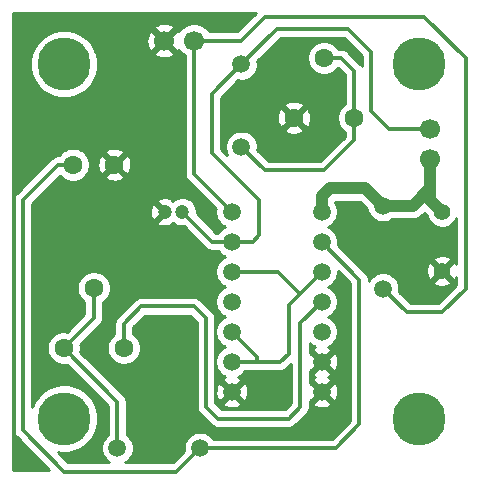
<source format=gbr>
%TF.GenerationSoftware,KiCad,Pcbnew,(5.1.12)-1*%
%TF.CreationDate,2023-06-26T22:46:53-03:00*%
%TF.ProjectId,P230523A10 - CONTROLE,50323330-3532-4334-9131-30202d20434f,rev?*%
%TF.SameCoordinates,Original*%
%TF.FileFunction,Copper,L2,Bot*%
%TF.FilePolarity,Positive*%
%FSLAX46Y46*%
G04 Gerber Fmt 4.6, Leading zero omitted, Abs format (unit mm)*
G04 Created by KiCad (PCBNEW (5.1.12)-1) date 2023-06-26 22:46:53*
%MOMM*%
%LPD*%
G01*
G04 APERTURE LIST*
%TA.AperFunction,ComponentPad*%
%ADD10C,1.200000*%
%TD*%
%TA.AperFunction,ComponentPad*%
%ADD11C,1.600000*%
%TD*%
%TA.AperFunction,ComponentPad*%
%ADD12C,1.400000*%
%TD*%
%TA.AperFunction,ComponentPad*%
%ADD13C,1.500000*%
%TD*%
%TA.AperFunction,ComponentPad*%
%ADD14C,1.700000*%
%TD*%
%TA.AperFunction,ViaPad*%
%ADD15C,4.500000*%
%TD*%
%TA.AperFunction,Conductor*%
%ADD16C,0.300000*%
%TD*%
%TA.AperFunction,Conductor*%
%ADD17C,1.000000*%
%TD*%
%TA.AperFunction,Conductor*%
%ADD18C,0.254000*%
%TD*%
%TA.AperFunction,Conductor*%
%ADD19C,0.100000*%
%TD*%
G04 APERTURE END LIST*
D10*
%TO.P,C1,1*%
%TO.N,Net-(C1-Pad1)*%
X140000000Y-137500000D03*
%TO.P,C1,2*%
%TO.N,GND*%
X138500000Y-137500000D03*
%TD*%
D11*
%TO.P,C2,1*%
%TO.N,Net-(C2-Pad1)*%
X130750000Y-133500000D03*
%TO.P,C2,2*%
%TO.N,GND*%
X134250000Y-133500000D03*
%TD*%
D12*
%TO.P,C5,1*%
%TO.N,+9.0V*%
X162000000Y-137500000D03*
%TO.P,C5,2*%
%TO.N,GND*%
X162000000Y-142500000D03*
%TD*%
D13*
%TO.P,CI1,1*%
%TO.N,Net-(CI1-Pad1)*%
X144190000Y-137500000D03*
%TO.P,CI1,2*%
%TO.N,Net-(C1-Pad1)*%
X144190000Y-140040000D03*
%TO.P,CI1,11*%
%TO.N,Net-(CI1-Pad11)*%
X151810000Y-145120000D03*
%TO.P,CI1,12*%
%TO.N,Net-(CI1-Pad12)*%
X151810000Y-142580000D03*
%TO.P,CI1,3*%
X144190000Y-142580000D03*
%TO.P,CI1,4*%
%TO.N,Net-(CI1-Pad4)*%
X144190000Y-145120000D03*
%TO.P,CI1,14*%
%TO.N,+9.0V*%
X151810000Y-137500000D03*
%TO.P,CI1,13*%
%TO.N,Net-(C2-Pad1)*%
X151810000Y-140040000D03*
%TO.P,CI1,5*%
%TO.N,Net-(CI1-Pad12)*%
X144190000Y-147660000D03*
%TO.P,CI1,6*%
X144190000Y-150200000D03*
%TO.P,CI1,7*%
%TO.N,GND*%
X144190000Y-152740000D03*
%TO.P,CI1,9*%
X151810000Y-150200000D03*
%TO.P,CI1,10*%
%TO.N,Net-(CI1-Pad10)*%
X151810000Y-147660000D03*
%TO.P,CI1,8*%
%TO.N,GND*%
X151810000Y-152740000D03*
%TD*%
D14*
%TO.P,JP1,1*%
%TO.N,Net-(CI1-Pad1)*%
X141000000Y-123000000D03*
%TO.P,JP1,2*%
%TO.N,GND*%
X138460000Y-123000000D03*
%TD*%
%TO.P,JP2,2*%
%TO.N,Net-(C1-Pad1)*%
X161000000Y-130460000D03*
%TO.P,JP2,1*%
%TO.N,+9.0V*%
X161000000Y-133000000D03*
%TD*%
D11*
%TO.P,P1,3*%
%TO.N,Net-(P1-Pad2)*%
X129960000Y-149040000D03*
%TO.P,P1,2*%
X132500000Y-143960000D03*
%TO.P,P1,1*%
%TO.N,Net-(CI1-Pad11)*%
X135040000Y-149040000D03*
%TD*%
%TO.P,P2,1*%
%TO.N,Net-(P2-Pad1)*%
X154540000Y-129540000D03*
%TO.P,P2,2*%
X152000000Y-124460000D03*
%TO.P,P2,3*%
%TO.N,GND*%
X149460000Y-129540000D03*
%TD*%
D13*
%TO.P,R3,1*%
%TO.N,+9.0V*%
X157000000Y-137000000D03*
%TO.P,R3,2*%
%TO.N,Net-(CI1-Pad1)*%
X157000000Y-144000000D03*
%TD*%
%TO.P,R4,2*%
%TO.N,Net-(P2-Pad1)*%
X145000000Y-132000000D03*
%TO.P,R4,1*%
%TO.N,Net-(C1-Pad1)*%
X145000000Y-125000000D03*
%TD*%
%TO.P,R5,1*%
%TO.N,Net-(P1-Pad2)*%
X134500000Y-157500000D03*
%TO.P,R5,2*%
%TO.N,Net-(C2-Pad1)*%
X141500000Y-157500000D03*
%TD*%
D15*
%TO.N,*%
X130000000Y-125000000D03*
X160000000Y-125000000D03*
X130000000Y-155000000D03*
X160000000Y-155000000D03*
%TD*%
D16*
%TO.N,Net-(C1-Pad1)*%
X154000000Y-122000000D02*
X148000000Y-122000000D01*
X156000000Y-124000000D02*
X154000000Y-122000000D01*
X157460000Y-130460000D02*
X156000000Y-129000000D01*
X148000000Y-122000000D02*
X145000000Y-125000000D01*
X161000000Y-130460000D02*
X157460000Y-130460000D01*
X156000000Y-129000000D02*
X156000000Y-128000000D01*
X156000000Y-128000000D02*
X156000000Y-124000000D01*
X144040000Y-140040000D02*
X144190000Y-140040000D01*
X161460000Y-130460000D02*
X161000000Y-130460000D01*
X142540000Y-140040000D02*
X140000000Y-137500000D01*
X144190000Y-140040000D02*
X142540000Y-140040000D01*
X142500000Y-127500000D02*
X145000000Y-125000000D01*
X142500000Y-132500000D02*
X142500000Y-127500000D01*
X146500000Y-136500000D02*
X142500000Y-132500000D01*
X146500000Y-139500000D02*
X146500000Y-136500000D01*
X145960000Y-140040000D02*
X146500000Y-139500000D01*
X144190000Y-140040000D02*
X145960000Y-140040000D01*
%TO.N,GND*%
X162000000Y-142500000D02*
X162000000Y-143000000D01*
X162500000Y-142500000D02*
X162000000Y-142500000D01*
%TO.N,Net-(C2-Pad1)*%
X151810000Y-140310000D02*
X151810000Y-140040000D01*
X130750000Y-133500000D02*
X130500000Y-133500000D01*
X130000000Y-159500000D02*
X139500000Y-159500000D01*
X126500000Y-156000000D02*
X130000000Y-159500000D01*
X139500000Y-159500000D02*
X141500000Y-157500000D01*
X126500000Y-136500000D02*
X126500000Y-156000000D01*
X129500000Y-133500000D02*
X126500000Y-136500000D01*
X130750000Y-133500000D02*
X129500000Y-133500000D01*
X151810000Y-140040000D02*
X155000000Y-143230000D01*
X155000000Y-155500000D02*
X153000000Y-157500000D01*
X155000000Y-143230000D02*
X155000000Y-155500000D01*
X153000000Y-157500000D02*
X141500000Y-157500000D01*
D17*
%TO.N,+9.0V*%
X161000000Y-133000000D02*
X161000000Y-133500000D01*
X161000000Y-136500000D02*
X162000000Y-137500000D01*
X159500000Y-137000000D02*
X161000000Y-135500000D01*
X157000000Y-137000000D02*
X159500000Y-137000000D01*
X161000000Y-135500000D02*
X161000000Y-136500000D01*
X161000000Y-133000000D02*
X161000000Y-135500000D01*
X151810000Y-137500000D02*
X151810000Y-136190000D01*
X151810000Y-136190000D02*
X152500000Y-135500000D01*
X152500000Y-135500000D02*
X155500000Y-135500000D01*
X155500000Y-135500000D02*
X156500000Y-136500000D01*
D16*
X157000000Y-137000000D02*
X156500000Y-136500000D01*
%TO.N,Net-(CI1-Pad1)*%
X157000000Y-144500000D02*
X157000000Y-144000000D01*
X141000000Y-134310000D02*
X144190000Y-137500000D01*
X141000000Y-123000000D02*
X141000000Y-134310000D01*
X144190000Y-137500000D02*
X144190000Y-137310000D01*
X141000000Y-123000000D02*
X145000000Y-123000000D01*
X145000000Y-123000000D02*
X147000000Y-121000000D01*
X147000000Y-121000000D02*
X160500000Y-121000000D01*
X160500000Y-121000000D02*
X164000000Y-124500000D01*
X164000000Y-124500000D02*
X164000000Y-144000000D01*
X164000000Y-144000000D02*
X162000000Y-146000000D01*
X159000000Y-146000000D02*
X157000000Y-144000000D01*
X162000000Y-146000000D02*
X159000000Y-146000000D01*
%TO.N,Net-(CI1-Pad11)*%
X135040000Y-149040000D02*
X135040000Y-149460000D01*
X151810000Y-145120000D02*
X150000000Y-146930000D01*
X150000000Y-146930000D02*
X150000000Y-154000000D01*
X150000000Y-154000000D02*
X149000000Y-155000000D01*
X149000000Y-155000000D02*
X143000000Y-155000000D01*
X143000000Y-155000000D02*
X142000000Y-154000000D01*
X142000000Y-154000000D02*
X142000000Y-146500000D01*
X142000000Y-146500000D02*
X141000000Y-145500000D01*
X141000000Y-145500000D02*
X136500000Y-145500000D01*
X135040000Y-146960000D02*
X135040000Y-149040000D01*
X136500000Y-145500000D02*
X135040000Y-146960000D01*
%TO.N,Net-(CI1-Pad12)*%
X148300000Y-150200000D02*
X149000000Y-149500000D01*
X149000000Y-149500000D02*
X149000000Y-145390000D01*
X148080000Y-142580000D02*
X149945000Y-144445000D01*
X144190000Y-142580000D02*
X148080000Y-142580000D01*
X149945000Y-144445000D02*
X151810000Y-142580000D01*
X149000000Y-145390000D02*
X149945000Y-144445000D01*
X146300000Y-149770000D02*
X146300000Y-150200000D01*
X144190000Y-147660000D02*
X146300000Y-149770000D01*
X146300000Y-150200000D02*
X148300000Y-150200000D01*
X144190000Y-150200000D02*
X146300000Y-150200000D01*
%TO.N,Net-(P1-Pad2)*%
X132500000Y-146500000D02*
X129960000Y-149040000D01*
X132500000Y-143960000D02*
X132500000Y-146500000D01*
X134500000Y-153580000D02*
X129960000Y-149040000D01*
X134500000Y-157500000D02*
X134500000Y-153580000D01*
%TO.N,Net-(P2-Pad1)*%
X154540000Y-131460000D02*
X154540000Y-129540000D01*
X152000000Y-134000000D02*
X154540000Y-131460000D01*
X154540000Y-129540000D02*
X154540000Y-125540000D01*
X154540000Y-125540000D02*
X153460000Y-124460000D01*
X153460000Y-124460000D02*
X152000000Y-124460000D01*
X145000000Y-132000000D02*
X147000000Y-134000000D01*
X147000000Y-134000000D02*
X152000000Y-134000000D01*
%TD*%
D18*
%TO.N,GND*%
X144674843Y-122215000D02*
X142261474Y-122215000D01*
X142153475Y-122053368D01*
X141946632Y-121846525D01*
X141703411Y-121684010D01*
X141433158Y-121572068D01*
X141146260Y-121515000D01*
X140853740Y-121515000D01*
X140566842Y-121572068D01*
X140296589Y-121684010D01*
X140053368Y-121846525D01*
X139846525Y-122053368D01*
X139730689Y-122226729D01*
X139488397Y-122151208D01*
X138639605Y-123000000D01*
X139488397Y-123848792D01*
X139730689Y-123773271D01*
X139846525Y-123946632D01*
X140053368Y-124153475D01*
X140215000Y-124261474D01*
X140215001Y-134271437D01*
X140211203Y-134310000D01*
X140226359Y-134463886D01*
X140271246Y-134611859D01*
X140271247Y-134611860D01*
X140344139Y-134748233D01*
X140377430Y-134788797D01*
X140417655Y-134837812D01*
X140417659Y-134837816D01*
X140442237Y-134867764D01*
X140472185Y-134892342D01*
X142827967Y-137248125D01*
X142805000Y-137363589D01*
X142805000Y-137636411D01*
X142858225Y-137903989D01*
X142962629Y-138156043D01*
X143114201Y-138382886D01*
X143307114Y-138575799D01*
X143533957Y-138727371D01*
X143636873Y-138770000D01*
X143533957Y-138812629D01*
X143307114Y-138964201D01*
X143114201Y-139157114D01*
X143048796Y-139255000D01*
X142865158Y-139255000D01*
X141234468Y-137624311D01*
X141235000Y-137621637D01*
X141235000Y-137378363D01*
X141187540Y-137139764D01*
X141094443Y-136915008D01*
X140959287Y-136712733D01*
X140787267Y-136540713D01*
X140584992Y-136405557D01*
X140360236Y-136312460D01*
X140121637Y-136265000D01*
X139878363Y-136265000D01*
X139639764Y-136312460D01*
X139415008Y-136405557D01*
X139212733Y-136540713D01*
X139158467Y-136594979D01*
X139122852Y-136426652D01*
X138901484Y-136325763D01*
X138664687Y-136270000D01*
X138421562Y-136261505D01*
X138181451Y-136300605D01*
X137953582Y-136385798D01*
X137877148Y-136426652D01*
X137829841Y-136650236D01*
X138500000Y-137320395D01*
X138514143Y-137306253D01*
X138693748Y-137485858D01*
X138679605Y-137500000D01*
X138693748Y-137514143D01*
X138514143Y-137693748D01*
X138500000Y-137679605D01*
X137829841Y-138349764D01*
X137877148Y-138573348D01*
X138098516Y-138674237D01*
X138335313Y-138730000D01*
X138578438Y-138738495D01*
X138818549Y-138699395D01*
X139046418Y-138614202D01*
X139122852Y-138573348D01*
X139158467Y-138405021D01*
X139212733Y-138459287D01*
X139415008Y-138594443D01*
X139639764Y-138687540D01*
X139878363Y-138735000D01*
X140121637Y-138735000D01*
X140124311Y-138734468D01*
X141957658Y-140567816D01*
X141982236Y-140597764D01*
X142012184Y-140622342D01*
X142012187Y-140622345D01*
X142041559Y-140646450D01*
X142101767Y-140695862D01*
X142238140Y-140768754D01*
X142351672Y-140803194D01*
X142386112Y-140813641D01*
X142400490Y-140815057D01*
X142501439Y-140825000D01*
X142501446Y-140825000D01*
X142539999Y-140828797D01*
X142578552Y-140825000D01*
X143048796Y-140825000D01*
X143114201Y-140922886D01*
X143307114Y-141115799D01*
X143533957Y-141267371D01*
X143636873Y-141310000D01*
X143533957Y-141352629D01*
X143307114Y-141504201D01*
X143114201Y-141697114D01*
X142962629Y-141923957D01*
X142858225Y-142176011D01*
X142805000Y-142443589D01*
X142805000Y-142716411D01*
X142858225Y-142983989D01*
X142962629Y-143236043D01*
X143114201Y-143462886D01*
X143307114Y-143655799D01*
X143533957Y-143807371D01*
X143636873Y-143850000D01*
X143533957Y-143892629D01*
X143307114Y-144044201D01*
X143114201Y-144237114D01*
X142962629Y-144463957D01*
X142858225Y-144716011D01*
X142805000Y-144983589D01*
X142805000Y-145256411D01*
X142858225Y-145523989D01*
X142962629Y-145776043D01*
X143114201Y-146002886D01*
X143307114Y-146195799D01*
X143533957Y-146347371D01*
X143636873Y-146390000D01*
X143533957Y-146432629D01*
X143307114Y-146584201D01*
X143114201Y-146777114D01*
X142962629Y-147003957D01*
X142858225Y-147256011D01*
X142805000Y-147523589D01*
X142805000Y-147796411D01*
X142858225Y-148063989D01*
X142962629Y-148316043D01*
X143114201Y-148542886D01*
X143307114Y-148735799D01*
X143533957Y-148887371D01*
X143636873Y-148930000D01*
X143533957Y-148972629D01*
X143307114Y-149124201D01*
X143114201Y-149317114D01*
X142962629Y-149543957D01*
X142858225Y-149796011D01*
X142805000Y-150063589D01*
X142805000Y-150336411D01*
X142858225Y-150603989D01*
X142962629Y-150856043D01*
X143114201Y-151082886D01*
X143307114Y-151275799D01*
X143533957Y-151427371D01*
X143633279Y-151468511D01*
X143591168Y-151483723D01*
X143478137Y-151544140D01*
X143412612Y-151783007D01*
X144190000Y-152560395D01*
X144967388Y-151783007D01*
X144901863Y-151544140D01*
X144743523Y-151469836D01*
X144846043Y-151427371D01*
X145072886Y-151275799D01*
X145265799Y-151082886D01*
X145331204Y-150985000D01*
X146261440Y-150985000D01*
X146300000Y-150988798D01*
X146338561Y-150985000D01*
X148261447Y-150985000D01*
X148300000Y-150988797D01*
X148338553Y-150985000D01*
X148338561Y-150985000D01*
X148453887Y-150973641D01*
X148601860Y-150928754D01*
X148738233Y-150855862D01*
X148857764Y-150757764D01*
X148882347Y-150727811D01*
X149215000Y-150395157D01*
X149215001Y-153674842D01*
X148674843Y-154215000D01*
X143325157Y-154215000D01*
X142807150Y-153696993D01*
X143412612Y-153696993D01*
X143478137Y-153935860D01*
X143725116Y-154051760D01*
X143989960Y-154117250D01*
X144262492Y-154129812D01*
X144532238Y-154088965D01*
X144788832Y-153996277D01*
X144901863Y-153935860D01*
X144967388Y-153696993D01*
X144190000Y-152919605D01*
X143412612Y-153696993D01*
X142807150Y-153696993D01*
X142785000Y-153674843D01*
X142785000Y-152812492D01*
X142800188Y-152812492D01*
X142841035Y-153082238D01*
X142933723Y-153338832D01*
X142994140Y-153451863D01*
X143233007Y-153517388D01*
X144010395Y-152740000D01*
X144369605Y-152740000D01*
X145146993Y-153517388D01*
X145385860Y-153451863D01*
X145501760Y-153204884D01*
X145567250Y-152940040D01*
X145579812Y-152667508D01*
X145538965Y-152397762D01*
X145446277Y-152141168D01*
X145385860Y-152028137D01*
X145146993Y-151962612D01*
X144369605Y-152740000D01*
X144010395Y-152740000D01*
X143233007Y-151962612D01*
X142994140Y-152028137D01*
X142878240Y-152275116D01*
X142812750Y-152539960D01*
X142800188Y-152812492D01*
X142785000Y-152812492D01*
X142785000Y-146538556D01*
X142788797Y-146500000D01*
X142785000Y-146461444D01*
X142785000Y-146461439D01*
X142779164Y-146402188D01*
X142773642Y-146346113D01*
X142728754Y-146198140D01*
X142718415Y-146178797D01*
X142655862Y-146061767D01*
X142557764Y-145942236D01*
X142527810Y-145917653D01*
X141582347Y-144972190D01*
X141557764Y-144942236D01*
X141438233Y-144844138D01*
X141301860Y-144771246D01*
X141153887Y-144726359D01*
X141038561Y-144715000D01*
X141038553Y-144715000D01*
X141000000Y-144711203D01*
X140961447Y-144715000D01*
X136538556Y-144715000D01*
X136500000Y-144711203D01*
X136461444Y-144715000D01*
X136461439Y-144715000D01*
X136421026Y-144718980D01*
X136346113Y-144726358D01*
X136198140Y-144771246D01*
X136061767Y-144844138D01*
X135942236Y-144942236D01*
X135917653Y-144972190D01*
X134512190Y-146377653D01*
X134482236Y-146402236D01*
X134384138Y-146521768D01*
X134311246Y-146658141D01*
X134266359Y-146806114D01*
X134255000Y-146921440D01*
X134255000Y-146921447D01*
X134251203Y-146960000D01*
X134255000Y-146998553D01*
X134255000Y-147838661D01*
X134125241Y-147925363D01*
X133925363Y-148125241D01*
X133768320Y-148360273D01*
X133660147Y-148621426D01*
X133605000Y-148898665D01*
X133605000Y-149181335D01*
X133660147Y-149458574D01*
X133768320Y-149719727D01*
X133925363Y-149954759D01*
X134125241Y-150154637D01*
X134360273Y-150311680D01*
X134621426Y-150419853D01*
X134898665Y-150475000D01*
X135181335Y-150475000D01*
X135458574Y-150419853D01*
X135719727Y-150311680D01*
X135954759Y-150154637D01*
X136154637Y-149954759D01*
X136311680Y-149719727D01*
X136419853Y-149458574D01*
X136475000Y-149181335D01*
X136475000Y-148898665D01*
X136419853Y-148621426D01*
X136311680Y-148360273D01*
X136154637Y-148125241D01*
X135954759Y-147925363D01*
X135825000Y-147838661D01*
X135825000Y-147285157D01*
X136825157Y-146285000D01*
X140674843Y-146285000D01*
X141215001Y-146825158D01*
X141215000Y-153961447D01*
X141211203Y-154000000D01*
X141215000Y-154038553D01*
X141215000Y-154038560D01*
X141226359Y-154153886D01*
X141271246Y-154301859D01*
X141344138Y-154438232D01*
X141442236Y-154557764D01*
X141472190Y-154582347D01*
X142417653Y-155527810D01*
X142442236Y-155557764D01*
X142561767Y-155655862D01*
X142698140Y-155728754D01*
X142846113Y-155773642D01*
X142921026Y-155781020D01*
X142961439Y-155785000D01*
X142961444Y-155785000D01*
X143000000Y-155788797D01*
X143038556Y-155785000D01*
X148961447Y-155785000D01*
X149000000Y-155788797D01*
X149038553Y-155785000D01*
X149038561Y-155785000D01*
X149153887Y-155773641D01*
X149301860Y-155728754D01*
X149438233Y-155655862D01*
X149557764Y-155557764D01*
X149582347Y-155527810D01*
X150527810Y-154582347D01*
X150557764Y-154557764D01*
X150655862Y-154438233D01*
X150728754Y-154301860D01*
X150755103Y-154215000D01*
X150773642Y-154153887D01*
X150783700Y-154051760D01*
X150785000Y-154038561D01*
X150785000Y-154038556D01*
X150788797Y-154000000D01*
X150785000Y-153961444D01*
X150785000Y-153696993D01*
X151032612Y-153696993D01*
X151098137Y-153935860D01*
X151345116Y-154051760D01*
X151609960Y-154117250D01*
X151882492Y-154129812D01*
X152152238Y-154088965D01*
X152408832Y-153996277D01*
X152521863Y-153935860D01*
X152587388Y-153696993D01*
X151810000Y-152919605D01*
X151032612Y-153696993D01*
X150785000Y-153696993D01*
X150785000Y-153498733D01*
X150853007Y-153517388D01*
X151630395Y-152740000D01*
X151989605Y-152740000D01*
X152766993Y-153517388D01*
X153005860Y-153451863D01*
X153121760Y-153204884D01*
X153187250Y-152940040D01*
X153199812Y-152667508D01*
X153158965Y-152397762D01*
X153066277Y-152141168D01*
X153005860Y-152028137D01*
X152766993Y-151962612D01*
X151989605Y-152740000D01*
X151630395Y-152740000D01*
X150853007Y-151962612D01*
X150785000Y-151981267D01*
X150785000Y-151156993D01*
X151032612Y-151156993D01*
X151098137Y-151395860D01*
X151253096Y-151468578D01*
X151211168Y-151483723D01*
X151098137Y-151544140D01*
X151032612Y-151783007D01*
X151810000Y-152560395D01*
X152587388Y-151783007D01*
X152521863Y-151544140D01*
X152366904Y-151471422D01*
X152408832Y-151456277D01*
X152521863Y-151395860D01*
X152587388Y-151156993D01*
X151810000Y-150379605D01*
X151032612Y-151156993D01*
X150785000Y-151156993D01*
X150785000Y-150958733D01*
X150853007Y-150977388D01*
X151630395Y-150200000D01*
X151989605Y-150200000D01*
X152766993Y-150977388D01*
X153005860Y-150911863D01*
X153121760Y-150664884D01*
X153187250Y-150400040D01*
X153199812Y-150127508D01*
X153158965Y-149857762D01*
X153066277Y-149601168D01*
X153005860Y-149488137D01*
X152766993Y-149422612D01*
X151989605Y-150200000D01*
X151630395Y-150200000D01*
X150853007Y-149422612D01*
X150785000Y-149441267D01*
X150785000Y-148593685D01*
X150927114Y-148735799D01*
X151153957Y-148887371D01*
X151253279Y-148928511D01*
X151211168Y-148943723D01*
X151098137Y-149004140D01*
X151032612Y-149243007D01*
X151810000Y-150020395D01*
X152587388Y-149243007D01*
X152521863Y-149004140D01*
X152363523Y-148929836D01*
X152466043Y-148887371D01*
X152692886Y-148735799D01*
X152885799Y-148542886D01*
X153037371Y-148316043D01*
X153141775Y-148063989D01*
X153195000Y-147796411D01*
X153195000Y-147523589D01*
X153141775Y-147256011D01*
X153037371Y-147003957D01*
X152885799Y-146777114D01*
X152692886Y-146584201D01*
X152466043Y-146432629D01*
X152363127Y-146390000D01*
X152466043Y-146347371D01*
X152692886Y-146195799D01*
X152885799Y-146002886D01*
X153037371Y-145776043D01*
X153141775Y-145523989D01*
X153195000Y-145256411D01*
X153195000Y-144983589D01*
X153141775Y-144716011D01*
X153037371Y-144463957D01*
X152885799Y-144237114D01*
X152692886Y-144044201D01*
X152466043Y-143892629D01*
X152363127Y-143850000D01*
X152466043Y-143807371D01*
X152692886Y-143655799D01*
X152885799Y-143462886D01*
X153037371Y-143236043D01*
X153141775Y-142983989D01*
X153195000Y-142716411D01*
X153195000Y-142535158D01*
X154215000Y-143555158D01*
X154215001Y-155174841D01*
X152674843Y-156715000D01*
X142641204Y-156715000D01*
X142575799Y-156617114D01*
X142382886Y-156424201D01*
X142156043Y-156272629D01*
X141903989Y-156168225D01*
X141636411Y-156115000D01*
X141363589Y-156115000D01*
X141096011Y-156168225D01*
X140843957Y-156272629D01*
X140617114Y-156424201D01*
X140424201Y-156617114D01*
X140272629Y-156843957D01*
X140168225Y-157096011D01*
X140115000Y-157363589D01*
X140115000Y-157636411D01*
X140137967Y-157751875D01*
X139174843Y-158715000D01*
X135174557Y-158715000D01*
X135382886Y-158575799D01*
X135575799Y-158382886D01*
X135727371Y-158156043D01*
X135831775Y-157903989D01*
X135885000Y-157636411D01*
X135885000Y-157363589D01*
X135831775Y-157096011D01*
X135727371Y-156843957D01*
X135575799Y-156617114D01*
X135382886Y-156424201D01*
X135285000Y-156358796D01*
X135285000Y-153618556D01*
X135288797Y-153580000D01*
X135285000Y-153541444D01*
X135285000Y-153541439D01*
X135281020Y-153501026D01*
X135273642Y-153426113D01*
X135228754Y-153278140D01*
X135225069Y-153271246D01*
X135155862Y-153141767D01*
X135057764Y-153022236D01*
X135027810Y-152997653D01*
X131364554Y-149334397D01*
X131395000Y-149181335D01*
X131395000Y-148898665D01*
X131364554Y-148745604D01*
X133027816Y-147082342D01*
X133057764Y-147057764D01*
X133155862Y-146938233D01*
X133228754Y-146801860D01*
X133273641Y-146653887D01*
X133285000Y-146538561D01*
X133285000Y-146538554D01*
X133288797Y-146500001D01*
X133285000Y-146461448D01*
X133285000Y-145161339D01*
X133414759Y-145074637D01*
X133614637Y-144874759D01*
X133771680Y-144639727D01*
X133879853Y-144378574D01*
X133935000Y-144101335D01*
X133935000Y-143818665D01*
X133879853Y-143541426D01*
X133771680Y-143280273D01*
X133614637Y-143045241D01*
X133414759Y-142845363D01*
X133179727Y-142688320D01*
X132918574Y-142580147D01*
X132641335Y-142525000D01*
X132358665Y-142525000D01*
X132081426Y-142580147D01*
X131820273Y-142688320D01*
X131585241Y-142845363D01*
X131385363Y-143045241D01*
X131228320Y-143280273D01*
X131120147Y-143541426D01*
X131065000Y-143818665D01*
X131065000Y-144101335D01*
X131120147Y-144378574D01*
X131228320Y-144639727D01*
X131385363Y-144874759D01*
X131585241Y-145074637D01*
X131715000Y-145161339D01*
X131715001Y-146174841D01*
X130254396Y-147635446D01*
X130101335Y-147605000D01*
X129818665Y-147605000D01*
X129541426Y-147660147D01*
X129280273Y-147768320D01*
X129045241Y-147925363D01*
X128845363Y-148125241D01*
X128688320Y-148360273D01*
X128580147Y-148621426D01*
X128525000Y-148898665D01*
X128525000Y-149181335D01*
X128580147Y-149458574D01*
X128688320Y-149719727D01*
X128845363Y-149954759D01*
X129045241Y-150154637D01*
X129280273Y-150311680D01*
X129541426Y-150419853D01*
X129818665Y-150475000D01*
X130101335Y-150475000D01*
X130254397Y-150444554D01*
X133715001Y-153905158D01*
X133715000Y-156358795D01*
X133617114Y-156424201D01*
X133424201Y-156617114D01*
X133272629Y-156843957D01*
X133168225Y-157096011D01*
X133115000Y-157363589D01*
X133115000Y-157636411D01*
X133168225Y-157903989D01*
X133272629Y-158156043D01*
X133424201Y-158382886D01*
X133617114Y-158575799D01*
X133825443Y-158715000D01*
X130325158Y-158715000D01*
X129440359Y-157830201D01*
X129715852Y-157885000D01*
X130284148Y-157885000D01*
X130841523Y-157774131D01*
X131366560Y-157556654D01*
X131839080Y-157240926D01*
X132240926Y-156839080D01*
X132556654Y-156366560D01*
X132774131Y-155841523D01*
X132885000Y-155284148D01*
X132885000Y-154715852D01*
X132774131Y-154158477D01*
X132556654Y-153633440D01*
X132240926Y-153160920D01*
X131839080Y-152759074D01*
X131366560Y-152443346D01*
X130841523Y-152225869D01*
X130284148Y-152115000D01*
X129715852Y-152115000D01*
X129158477Y-152225869D01*
X128633440Y-152443346D01*
X128160920Y-152759074D01*
X127759074Y-153160920D01*
X127443346Y-153633440D01*
X127285000Y-154015722D01*
X127285000Y-137578438D01*
X137261505Y-137578438D01*
X137300605Y-137818549D01*
X137385798Y-138046418D01*
X137426652Y-138122852D01*
X137650236Y-138170159D01*
X138320395Y-137500000D01*
X137650236Y-136829841D01*
X137426652Y-136877148D01*
X137325763Y-137098516D01*
X137270000Y-137335313D01*
X137261505Y-137578438D01*
X127285000Y-137578438D01*
X127285000Y-136825157D01*
X129665381Y-134444777D01*
X129835241Y-134614637D01*
X130070273Y-134771680D01*
X130331426Y-134879853D01*
X130608665Y-134935000D01*
X130891335Y-134935000D01*
X131168574Y-134879853D01*
X131429727Y-134771680D01*
X131664759Y-134614637D01*
X131786694Y-134492702D01*
X133436903Y-134492702D01*
X133508486Y-134736671D01*
X133763996Y-134857571D01*
X134038184Y-134926300D01*
X134320512Y-134940217D01*
X134600130Y-134898787D01*
X134866292Y-134803603D01*
X134991514Y-134736671D01*
X135063097Y-134492702D01*
X134250000Y-133679605D01*
X133436903Y-134492702D01*
X131786694Y-134492702D01*
X131864637Y-134414759D01*
X132021680Y-134179727D01*
X132129853Y-133918574D01*
X132185000Y-133641335D01*
X132185000Y-133570512D01*
X132809783Y-133570512D01*
X132851213Y-133850130D01*
X132946397Y-134116292D01*
X133013329Y-134241514D01*
X133257298Y-134313097D01*
X134070395Y-133500000D01*
X134429605Y-133500000D01*
X135242702Y-134313097D01*
X135486671Y-134241514D01*
X135607571Y-133986004D01*
X135676300Y-133711816D01*
X135690217Y-133429488D01*
X135648787Y-133149870D01*
X135553603Y-132883708D01*
X135486671Y-132758486D01*
X135242702Y-132686903D01*
X134429605Y-133500000D01*
X134070395Y-133500000D01*
X133257298Y-132686903D01*
X133013329Y-132758486D01*
X132892429Y-133013996D01*
X132823700Y-133288184D01*
X132809783Y-133570512D01*
X132185000Y-133570512D01*
X132185000Y-133358665D01*
X132129853Y-133081426D01*
X132021680Y-132820273D01*
X131864637Y-132585241D01*
X131786694Y-132507298D01*
X133436903Y-132507298D01*
X134250000Y-133320395D01*
X135063097Y-132507298D01*
X134991514Y-132263329D01*
X134736004Y-132142429D01*
X134461816Y-132073700D01*
X134179488Y-132059783D01*
X133899870Y-132101213D01*
X133633708Y-132196397D01*
X133508486Y-132263329D01*
X133436903Y-132507298D01*
X131786694Y-132507298D01*
X131664759Y-132385363D01*
X131429727Y-132228320D01*
X131168574Y-132120147D01*
X130891335Y-132065000D01*
X130608665Y-132065000D01*
X130331426Y-132120147D01*
X130070273Y-132228320D01*
X129835241Y-132385363D01*
X129635363Y-132585241D01*
X129548661Y-132715000D01*
X129538556Y-132715000D01*
X129500000Y-132711203D01*
X129461444Y-132715000D01*
X129461439Y-132715000D01*
X129421026Y-132718980D01*
X129346113Y-132726358D01*
X129198140Y-132771246D01*
X129061767Y-132844138D01*
X128942236Y-132942236D01*
X128917653Y-132972190D01*
X125972190Y-135917653D01*
X125942236Y-135942236D01*
X125844138Y-136061768D01*
X125771246Y-136198141D01*
X125726359Y-136346114D01*
X125715000Y-136461440D01*
X125715000Y-136461447D01*
X125711203Y-136500000D01*
X125715000Y-136538553D01*
X125715001Y-155961437D01*
X125711203Y-156000000D01*
X125726359Y-156153886D01*
X125771246Y-156301859D01*
X125771247Y-156301860D01*
X125844139Y-156438233D01*
X125884690Y-156487644D01*
X125917655Y-156527812D01*
X125917659Y-156527816D01*
X125942237Y-156557764D01*
X125972185Y-156582342D01*
X128729842Y-159340000D01*
X125660000Y-159340000D01*
X125660000Y-124715852D01*
X127115000Y-124715852D01*
X127115000Y-125284148D01*
X127225869Y-125841523D01*
X127443346Y-126366560D01*
X127759074Y-126839080D01*
X128160920Y-127240926D01*
X128633440Y-127556654D01*
X129158477Y-127774131D01*
X129715852Y-127885000D01*
X130284148Y-127885000D01*
X130841523Y-127774131D01*
X131366560Y-127556654D01*
X131839080Y-127240926D01*
X132240926Y-126839080D01*
X132556654Y-126366560D01*
X132774131Y-125841523D01*
X132885000Y-125284148D01*
X132885000Y-124715852D01*
X132774131Y-124158477D01*
X132720251Y-124028397D01*
X137611208Y-124028397D01*
X137688843Y-124277472D01*
X137952883Y-124403371D01*
X138236411Y-124475339D01*
X138528531Y-124490611D01*
X138818019Y-124448599D01*
X139093747Y-124350919D01*
X139231157Y-124277472D01*
X139308792Y-124028397D01*
X138460000Y-123179605D01*
X137611208Y-124028397D01*
X132720251Y-124028397D01*
X132556654Y-123633440D01*
X132240926Y-123160920D01*
X132148537Y-123068531D01*
X136969389Y-123068531D01*
X137011401Y-123358019D01*
X137109081Y-123633747D01*
X137182528Y-123771157D01*
X137431603Y-123848792D01*
X138280395Y-123000000D01*
X137431603Y-122151208D01*
X137182528Y-122228843D01*
X137056629Y-122492883D01*
X136984661Y-122776411D01*
X136969389Y-123068531D01*
X132148537Y-123068531D01*
X131839080Y-122759074D01*
X131366560Y-122443346D01*
X130841523Y-122225869D01*
X130284148Y-122115000D01*
X129715852Y-122115000D01*
X129158477Y-122225869D01*
X128633440Y-122443346D01*
X128160920Y-122759074D01*
X127759074Y-123160920D01*
X127443346Y-123633440D01*
X127225869Y-124158477D01*
X127115000Y-124715852D01*
X125660000Y-124715852D01*
X125660000Y-121971603D01*
X137611208Y-121971603D01*
X138460000Y-122820395D01*
X139308792Y-121971603D01*
X139231157Y-121722528D01*
X138967117Y-121596629D01*
X138683589Y-121524661D01*
X138391469Y-121509389D01*
X138101981Y-121551401D01*
X137826253Y-121649081D01*
X137688843Y-121722528D01*
X137611208Y-121971603D01*
X125660000Y-121971603D01*
X125660000Y-120660000D01*
X146229842Y-120660000D01*
X144674843Y-122215000D01*
%TA.AperFunction,Conductor*%
D19*
G36*
X144674843Y-122215000D02*
G01*
X142261474Y-122215000D01*
X142153475Y-122053368D01*
X141946632Y-121846525D01*
X141703411Y-121684010D01*
X141433158Y-121572068D01*
X141146260Y-121515000D01*
X140853740Y-121515000D01*
X140566842Y-121572068D01*
X140296589Y-121684010D01*
X140053368Y-121846525D01*
X139846525Y-122053368D01*
X139730689Y-122226729D01*
X139488397Y-122151208D01*
X138639605Y-123000000D01*
X139488397Y-123848792D01*
X139730689Y-123773271D01*
X139846525Y-123946632D01*
X140053368Y-124153475D01*
X140215000Y-124261474D01*
X140215001Y-134271437D01*
X140211203Y-134310000D01*
X140226359Y-134463886D01*
X140271246Y-134611859D01*
X140271247Y-134611860D01*
X140344139Y-134748233D01*
X140377430Y-134788797D01*
X140417655Y-134837812D01*
X140417659Y-134837816D01*
X140442237Y-134867764D01*
X140472185Y-134892342D01*
X142827967Y-137248125D01*
X142805000Y-137363589D01*
X142805000Y-137636411D01*
X142858225Y-137903989D01*
X142962629Y-138156043D01*
X143114201Y-138382886D01*
X143307114Y-138575799D01*
X143533957Y-138727371D01*
X143636873Y-138770000D01*
X143533957Y-138812629D01*
X143307114Y-138964201D01*
X143114201Y-139157114D01*
X143048796Y-139255000D01*
X142865158Y-139255000D01*
X141234468Y-137624311D01*
X141235000Y-137621637D01*
X141235000Y-137378363D01*
X141187540Y-137139764D01*
X141094443Y-136915008D01*
X140959287Y-136712733D01*
X140787267Y-136540713D01*
X140584992Y-136405557D01*
X140360236Y-136312460D01*
X140121637Y-136265000D01*
X139878363Y-136265000D01*
X139639764Y-136312460D01*
X139415008Y-136405557D01*
X139212733Y-136540713D01*
X139158467Y-136594979D01*
X139122852Y-136426652D01*
X138901484Y-136325763D01*
X138664687Y-136270000D01*
X138421562Y-136261505D01*
X138181451Y-136300605D01*
X137953582Y-136385798D01*
X137877148Y-136426652D01*
X137829841Y-136650236D01*
X138500000Y-137320395D01*
X138514143Y-137306253D01*
X138693748Y-137485858D01*
X138679605Y-137500000D01*
X138693748Y-137514143D01*
X138514143Y-137693748D01*
X138500000Y-137679605D01*
X137829841Y-138349764D01*
X137877148Y-138573348D01*
X138098516Y-138674237D01*
X138335313Y-138730000D01*
X138578438Y-138738495D01*
X138818549Y-138699395D01*
X139046418Y-138614202D01*
X139122852Y-138573348D01*
X139158467Y-138405021D01*
X139212733Y-138459287D01*
X139415008Y-138594443D01*
X139639764Y-138687540D01*
X139878363Y-138735000D01*
X140121637Y-138735000D01*
X140124311Y-138734468D01*
X141957658Y-140567816D01*
X141982236Y-140597764D01*
X142012184Y-140622342D01*
X142012187Y-140622345D01*
X142041559Y-140646450D01*
X142101767Y-140695862D01*
X142238140Y-140768754D01*
X142351672Y-140803194D01*
X142386112Y-140813641D01*
X142400490Y-140815057D01*
X142501439Y-140825000D01*
X142501446Y-140825000D01*
X142539999Y-140828797D01*
X142578552Y-140825000D01*
X143048796Y-140825000D01*
X143114201Y-140922886D01*
X143307114Y-141115799D01*
X143533957Y-141267371D01*
X143636873Y-141310000D01*
X143533957Y-141352629D01*
X143307114Y-141504201D01*
X143114201Y-141697114D01*
X142962629Y-141923957D01*
X142858225Y-142176011D01*
X142805000Y-142443589D01*
X142805000Y-142716411D01*
X142858225Y-142983989D01*
X142962629Y-143236043D01*
X143114201Y-143462886D01*
X143307114Y-143655799D01*
X143533957Y-143807371D01*
X143636873Y-143850000D01*
X143533957Y-143892629D01*
X143307114Y-144044201D01*
X143114201Y-144237114D01*
X142962629Y-144463957D01*
X142858225Y-144716011D01*
X142805000Y-144983589D01*
X142805000Y-145256411D01*
X142858225Y-145523989D01*
X142962629Y-145776043D01*
X143114201Y-146002886D01*
X143307114Y-146195799D01*
X143533957Y-146347371D01*
X143636873Y-146390000D01*
X143533957Y-146432629D01*
X143307114Y-146584201D01*
X143114201Y-146777114D01*
X142962629Y-147003957D01*
X142858225Y-147256011D01*
X142805000Y-147523589D01*
X142805000Y-147796411D01*
X142858225Y-148063989D01*
X142962629Y-148316043D01*
X143114201Y-148542886D01*
X143307114Y-148735799D01*
X143533957Y-148887371D01*
X143636873Y-148930000D01*
X143533957Y-148972629D01*
X143307114Y-149124201D01*
X143114201Y-149317114D01*
X142962629Y-149543957D01*
X142858225Y-149796011D01*
X142805000Y-150063589D01*
X142805000Y-150336411D01*
X142858225Y-150603989D01*
X142962629Y-150856043D01*
X143114201Y-151082886D01*
X143307114Y-151275799D01*
X143533957Y-151427371D01*
X143633279Y-151468511D01*
X143591168Y-151483723D01*
X143478137Y-151544140D01*
X143412612Y-151783007D01*
X144190000Y-152560395D01*
X144967388Y-151783007D01*
X144901863Y-151544140D01*
X144743523Y-151469836D01*
X144846043Y-151427371D01*
X145072886Y-151275799D01*
X145265799Y-151082886D01*
X145331204Y-150985000D01*
X146261440Y-150985000D01*
X146300000Y-150988798D01*
X146338561Y-150985000D01*
X148261447Y-150985000D01*
X148300000Y-150988797D01*
X148338553Y-150985000D01*
X148338561Y-150985000D01*
X148453887Y-150973641D01*
X148601860Y-150928754D01*
X148738233Y-150855862D01*
X148857764Y-150757764D01*
X148882347Y-150727811D01*
X149215000Y-150395157D01*
X149215001Y-153674842D01*
X148674843Y-154215000D01*
X143325157Y-154215000D01*
X142807150Y-153696993D01*
X143412612Y-153696993D01*
X143478137Y-153935860D01*
X143725116Y-154051760D01*
X143989960Y-154117250D01*
X144262492Y-154129812D01*
X144532238Y-154088965D01*
X144788832Y-153996277D01*
X144901863Y-153935860D01*
X144967388Y-153696993D01*
X144190000Y-152919605D01*
X143412612Y-153696993D01*
X142807150Y-153696993D01*
X142785000Y-153674843D01*
X142785000Y-152812492D01*
X142800188Y-152812492D01*
X142841035Y-153082238D01*
X142933723Y-153338832D01*
X142994140Y-153451863D01*
X143233007Y-153517388D01*
X144010395Y-152740000D01*
X144369605Y-152740000D01*
X145146993Y-153517388D01*
X145385860Y-153451863D01*
X145501760Y-153204884D01*
X145567250Y-152940040D01*
X145579812Y-152667508D01*
X145538965Y-152397762D01*
X145446277Y-152141168D01*
X145385860Y-152028137D01*
X145146993Y-151962612D01*
X144369605Y-152740000D01*
X144010395Y-152740000D01*
X143233007Y-151962612D01*
X142994140Y-152028137D01*
X142878240Y-152275116D01*
X142812750Y-152539960D01*
X142800188Y-152812492D01*
X142785000Y-152812492D01*
X142785000Y-146538556D01*
X142788797Y-146500000D01*
X142785000Y-146461444D01*
X142785000Y-146461439D01*
X142779164Y-146402188D01*
X142773642Y-146346113D01*
X142728754Y-146198140D01*
X142718415Y-146178797D01*
X142655862Y-146061767D01*
X142557764Y-145942236D01*
X142527810Y-145917653D01*
X141582347Y-144972190D01*
X141557764Y-144942236D01*
X141438233Y-144844138D01*
X141301860Y-144771246D01*
X141153887Y-144726359D01*
X141038561Y-144715000D01*
X141038553Y-144715000D01*
X141000000Y-144711203D01*
X140961447Y-144715000D01*
X136538556Y-144715000D01*
X136500000Y-144711203D01*
X136461444Y-144715000D01*
X136461439Y-144715000D01*
X136421026Y-144718980D01*
X136346113Y-144726358D01*
X136198140Y-144771246D01*
X136061767Y-144844138D01*
X135942236Y-144942236D01*
X135917653Y-144972190D01*
X134512190Y-146377653D01*
X134482236Y-146402236D01*
X134384138Y-146521768D01*
X134311246Y-146658141D01*
X134266359Y-146806114D01*
X134255000Y-146921440D01*
X134255000Y-146921447D01*
X134251203Y-146960000D01*
X134255000Y-146998553D01*
X134255000Y-147838661D01*
X134125241Y-147925363D01*
X133925363Y-148125241D01*
X133768320Y-148360273D01*
X133660147Y-148621426D01*
X133605000Y-148898665D01*
X133605000Y-149181335D01*
X133660147Y-149458574D01*
X133768320Y-149719727D01*
X133925363Y-149954759D01*
X134125241Y-150154637D01*
X134360273Y-150311680D01*
X134621426Y-150419853D01*
X134898665Y-150475000D01*
X135181335Y-150475000D01*
X135458574Y-150419853D01*
X135719727Y-150311680D01*
X135954759Y-150154637D01*
X136154637Y-149954759D01*
X136311680Y-149719727D01*
X136419853Y-149458574D01*
X136475000Y-149181335D01*
X136475000Y-148898665D01*
X136419853Y-148621426D01*
X136311680Y-148360273D01*
X136154637Y-148125241D01*
X135954759Y-147925363D01*
X135825000Y-147838661D01*
X135825000Y-147285157D01*
X136825157Y-146285000D01*
X140674843Y-146285000D01*
X141215001Y-146825158D01*
X141215000Y-153961447D01*
X141211203Y-154000000D01*
X141215000Y-154038553D01*
X141215000Y-154038560D01*
X141226359Y-154153886D01*
X141271246Y-154301859D01*
X141344138Y-154438232D01*
X141442236Y-154557764D01*
X141472190Y-154582347D01*
X142417653Y-155527810D01*
X142442236Y-155557764D01*
X142561767Y-155655862D01*
X142698140Y-155728754D01*
X142846113Y-155773642D01*
X142921026Y-155781020D01*
X142961439Y-155785000D01*
X142961444Y-155785000D01*
X143000000Y-155788797D01*
X143038556Y-155785000D01*
X148961447Y-155785000D01*
X149000000Y-155788797D01*
X149038553Y-155785000D01*
X149038561Y-155785000D01*
X149153887Y-155773641D01*
X149301860Y-155728754D01*
X149438233Y-155655862D01*
X149557764Y-155557764D01*
X149582347Y-155527810D01*
X150527810Y-154582347D01*
X150557764Y-154557764D01*
X150655862Y-154438233D01*
X150728754Y-154301860D01*
X150755103Y-154215000D01*
X150773642Y-154153887D01*
X150783700Y-154051760D01*
X150785000Y-154038561D01*
X150785000Y-154038556D01*
X150788797Y-154000000D01*
X150785000Y-153961444D01*
X150785000Y-153696993D01*
X151032612Y-153696993D01*
X151098137Y-153935860D01*
X151345116Y-154051760D01*
X151609960Y-154117250D01*
X151882492Y-154129812D01*
X152152238Y-154088965D01*
X152408832Y-153996277D01*
X152521863Y-153935860D01*
X152587388Y-153696993D01*
X151810000Y-152919605D01*
X151032612Y-153696993D01*
X150785000Y-153696993D01*
X150785000Y-153498733D01*
X150853007Y-153517388D01*
X151630395Y-152740000D01*
X151989605Y-152740000D01*
X152766993Y-153517388D01*
X153005860Y-153451863D01*
X153121760Y-153204884D01*
X153187250Y-152940040D01*
X153199812Y-152667508D01*
X153158965Y-152397762D01*
X153066277Y-152141168D01*
X153005860Y-152028137D01*
X152766993Y-151962612D01*
X151989605Y-152740000D01*
X151630395Y-152740000D01*
X150853007Y-151962612D01*
X150785000Y-151981267D01*
X150785000Y-151156993D01*
X151032612Y-151156993D01*
X151098137Y-151395860D01*
X151253096Y-151468578D01*
X151211168Y-151483723D01*
X151098137Y-151544140D01*
X151032612Y-151783007D01*
X151810000Y-152560395D01*
X152587388Y-151783007D01*
X152521863Y-151544140D01*
X152366904Y-151471422D01*
X152408832Y-151456277D01*
X152521863Y-151395860D01*
X152587388Y-151156993D01*
X151810000Y-150379605D01*
X151032612Y-151156993D01*
X150785000Y-151156993D01*
X150785000Y-150958733D01*
X150853007Y-150977388D01*
X151630395Y-150200000D01*
X151989605Y-150200000D01*
X152766993Y-150977388D01*
X153005860Y-150911863D01*
X153121760Y-150664884D01*
X153187250Y-150400040D01*
X153199812Y-150127508D01*
X153158965Y-149857762D01*
X153066277Y-149601168D01*
X153005860Y-149488137D01*
X152766993Y-149422612D01*
X151989605Y-150200000D01*
X151630395Y-150200000D01*
X150853007Y-149422612D01*
X150785000Y-149441267D01*
X150785000Y-148593685D01*
X150927114Y-148735799D01*
X151153957Y-148887371D01*
X151253279Y-148928511D01*
X151211168Y-148943723D01*
X151098137Y-149004140D01*
X151032612Y-149243007D01*
X151810000Y-150020395D01*
X152587388Y-149243007D01*
X152521863Y-149004140D01*
X152363523Y-148929836D01*
X152466043Y-148887371D01*
X152692886Y-148735799D01*
X152885799Y-148542886D01*
X153037371Y-148316043D01*
X153141775Y-148063989D01*
X153195000Y-147796411D01*
X153195000Y-147523589D01*
X153141775Y-147256011D01*
X153037371Y-147003957D01*
X152885799Y-146777114D01*
X152692886Y-146584201D01*
X152466043Y-146432629D01*
X152363127Y-146390000D01*
X152466043Y-146347371D01*
X152692886Y-146195799D01*
X152885799Y-146002886D01*
X153037371Y-145776043D01*
X153141775Y-145523989D01*
X153195000Y-145256411D01*
X153195000Y-144983589D01*
X153141775Y-144716011D01*
X153037371Y-144463957D01*
X152885799Y-144237114D01*
X152692886Y-144044201D01*
X152466043Y-143892629D01*
X152363127Y-143850000D01*
X152466043Y-143807371D01*
X152692886Y-143655799D01*
X152885799Y-143462886D01*
X153037371Y-143236043D01*
X153141775Y-142983989D01*
X153195000Y-142716411D01*
X153195000Y-142535158D01*
X154215000Y-143555158D01*
X154215001Y-155174841D01*
X152674843Y-156715000D01*
X142641204Y-156715000D01*
X142575799Y-156617114D01*
X142382886Y-156424201D01*
X142156043Y-156272629D01*
X141903989Y-156168225D01*
X141636411Y-156115000D01*
X141363589Y-156115000D01*
X141096011Y-156168225D01*
X140843957Y-156272629D01*
X140617114Y-156424201D01*
X140424201Y-156617114D01*
X140272629Y-156843957D01*
X140168225Y-157096011D01*
X140115000Y-157363589D01*
X140115000Y-157636411D01*
X140137967Y-157751875D01*
X139174843Y-158715000D01*
X135174557Y-158715000D01*
X135382886Y-158575799D01*
X135575799Y-158382886D01*
X135727371Y-158156043D01*
X135831775Y-157903989D01*
X135885000Y-157636411D01*
X135885000Y-157363589D01*
X135831775Y-157096011D01*
X135727371Y-156843957D01*
X135575799Y-156617114D01*
X135382886Y-156424201D01*
X135285000Y-156358796D01*
X135285000Y-153618556D01*
X135288797Y-153580000D01*
X135285000Y-153541444D01*
X135285000Y-153541439D01*
X135281020Y-153501026D01*
X135273642Y-153426113D01*
X135228754Y-153278140D01*
X135225069Y-153271246D01*
X135155862Y-153141767D01*
X135057764Y-153022236D01*
X135027810Y-152997653D01*
X131364554Y-149334397D01*
X131395000Y-149181335D01*
X131395000Y-148898665D01*
X131364554Y-148745604D01*
X133027816Y-147082342D01*
X133057764Y-147057764D01*
X133155862Y-146938233D01*
X133228754Y-146801860D01*
X133273641Y-146653887D01*
X133285000Y-146538561D01*
X133285000Y-146538554D01*
X133288797Y-146500001D01*
X133285000Y-146461448D01*
X133285000Y-145161339D01*
X133414759Y-145074637D01*
X133614637Y-144874759D01*
X133771680Y-144639727D01*
X133879853Y-144378574D01*
X133935000Y-144101335D01*
X133935000Y-143818665D01*
X133879853Y-143541426D01*
X133771680Y-143280273D01*
X133614637Y-143045241D01*
X133414759Y-142845363D01*
X133179727Y-142688320D01*
X132918574Y-142580147D01*
X132641335Y-142525000D01*
X132358665Y-142525000D01*
X132081426Y-142580147D01*
X131820273Y-142688320D01*
X131585241Y-142845363D01*
X131385363Y-143045241D01*
X131228320Y-143280273D01*
X131120147Y-143541426D01*
X131065000Y-143818665D01*
X131065000Y-144101335D01*
X131120147Y-144378574D01*
X131228320Y-144639727D01*
X131385363Y-144874759D01*
X131585241Y-145074637D01*
X131715000Y-145161339D01*
X131715001Y-146174841D01*
X130254396Y-147635446D01*
X130101335Y-147605000D01*
X129818665Y-147605000D01*
X129541426Y-147660147D01*
X129280273Y-147768320D01*
X129045241Y-147925363D01*
X128845363Y-148125241D01*
X128688320Y-148360273D01*
X128580147Y-148621426D01*
X128525000Y-148898665D01*
X128525000Y-149181335D01*
X128580147Y-149458574D01*
X128688320Y-149719727D01*
X128845363Y-149954759D01*
X129045241Y-150154637D01*
X129280273Y-150311680D01*
X129541426Y-150419853D01*
X129818665Y-150475000D01*
X130101335Y-150475000D01*
X130254397Y-150444554D01*
X133715001Y-153905158D01*
X133715000Y-156358795D01*
X133617114Y-156424201D01*
X133424201Y-156617114D01*
X133272629Y-156843957D01*
X133168225Y-157096011D01*
X133115000Y-157363589D01*
X133115000Y-157636411D01*
X133168225Y-157903989D01*
X133272629Y-158156043D01*
X133424201Y-158382886D01*
X133617114Y-158575799D01*
X133825443Y-158715000D01*
X130325158Y-158715000D01*
X129440359Y-157830201D01*
X129715852Y-157885000D01*
X130284148Y-157885000D01*
X130841523Y-157774131D01*
X131366560Y-157556654D01*
X131839080Y-157240926D01*
X132240926Y-156839080D01*
X132556654Y-156366560D01*
X132774131Y-155841523D01*
X132885000Y-155284148D01*
X132885000Y-154715852D01*
X132774131Y-154158477D01*
X132556654Y-153633440D01*
X132240926Y-153160920D01*
X131839080Y-152759074D01*
X131366560Y-152443346D01*
X130841523Y-152225869D01*
X130284148Y-152115000D01*
X129715852Y-152115000D01*
X129158477Y-152225869D01*
X128633440Y-152443346D01*
X128160920Y-152759074D01*
X127759074Y-153160920D01*
X127443346Y-153633440D01*
X127285000Y-154015722D01*
X127285000Y-137578438D01*
X137261505Y-137578438D01*
X137300605Y-137818549D01*
X137385798Y-138046418D01*
X137426652Y-138122852D01*
X137650236Y-138170159D01*
X138320395Y-137500000D01*
X137650236Y-136829841D01*
X137426652Y-136877148D01*
X137325763Y-137098516D01*
X137270000Y-137335313D01*
X137261505Y-137578438D01*
X127285000Y-137578438D01*
X127285000Y-136825157D01*
X129665381Y-134444777D01*
X129835241Y-134614637D01*
X130070273Y-134771680D01*
X130331426Y-134879853D01*
X130608665Y-134935000D01*
X130891335Y-134935000D01*
X131168574Y-134879853D01*
X131429727Y-134771680D01*
X131664759Y-134614637D01*
X131786694Y-134492702D01*
X133436903Y-134492702D01*
X133508486Y-134736671D01*
X133763996Y-134857571D01*
X134038184Y-134926300D01*
X134320512Y-134940217D01*
X134600130Y-134898787D01*
X134866292Y-134803603D01*
X134991514Y-134736671D01*
X135063097Y-134492702D01*
X134250000Y-133679605D01*
X133436903Y-134492702D01*
X131786694Y-134492702D01*
X131864637Y-134414759D01*
X132021680Y-134179727D01*
X132129853Y-133918574D01*
X132185000Y-133641335D01*
X132185000Y-133570512D01*
X132809783Y-133570512D01*
X132851213Y-133850130D01*
X132946397Y-134116292D01*
X133013329Y-134241514D01*
X133257298Y-134313097D01*
X134070395Y-133500000D01*
X134429605Y-133500000D01*
X135242702Y-134313097D01*
X135486671Y-134241514D01*
X135607571Y-133986004D01*
X135676300Y-133711816D01*
X135690217Y-133429488D01*
X135648787Y-133149870D01*
X135553603Y-132883708D01*
X135486671Y-132758486D01*
X135242702Y-132686903D01*
X134429605Y-133500000D01*
X134070395Y-133500000D01*
X133257298Y-132686903D01*
X133013329Y-132758486D01*
X132892429Y-133013996D01*
X132823700Y-133288184D01*
X132809783Y-133570512D01*
X132185000Y-133570512D01*
X132185000Y-133358665D01*
X132129853Y-133081426D01*
X132021680Y-132820273D01*
X131864637Y-132585241D01*
X131786694Y-132507298D01*
X133436903Y-132507298D01*
X134250000Y-133320395D01*
X135063097Y-132507298D01*
X134991514Y-132263329D01*
X134736004Y-132142429D01*
X134461816Y-132073700D01*
X134179488Y-132059783D01*
X133899870Y-132101213D01*
X133633708Y-132196397D01*
X133508486Y-132263329D01*
X133436903Y-132507298D01*
X131786694Y-132507298D01*
X131664759Y-132385363D01*
X131429727Y-132228320D01*
X131168574Y-132120147D01*
X130891335Y-132065000D01*
X130608665Y-132065000D01*
X130331426Y-132120147D01*
X130070273Y-132228320D01*
X129835241Y-132385363D01*
X129635363Y-132585241D01*
X129548661Y-132715000D01*
X129538556Y-132715000D01*
X129500000Y-132711203D01*
X129461444Y-132715000D01*
X129461439Y-132715000D01*
X129421026Y-132718980D01*
X129346113Y-132726358D01*
X129198140Y-132771246D01*
X129061767Y-132844138D01*
X128942236Y-132942236D01*
X128917653Y-132972190D01*
X125972190Y-135917653D01*
X125942236Y-135942236D01*
X125844138Y-136061768D01*
X125771246Y-136198141D01*
X125726359Y-136346114D01*
X125715000Y-136461440D01*
X125715000Y-136461447D01*
X125711203Y-136500000D01*
X125715000Y-136538553D01*
X125715001Y-155961437D01*
X125711203Y-156000000D01*
X125726359Y-156153886D01*
X125771246Y-156301859D01*
X125771247Y-156301860D01*
X125844139Y-156438233D01*
X125884690Y-156487644D01*
X125917655Y-156527812D01*
X125917659Y-156527816D01*
X125942237Y-156557764D01*
X125972185Y-156582342D01*
X128729842Y-159340000D01*
X125660000Y-159340000D01*
X125660000Y-124715852D01*
X127115000Y-124715852D01*
X127115000Y-125284148D01*
X127225869Y-125841523D01*
X127443346Y-126366560D01*
X127759074Y-126839080D01*
X128160920Y-127240926D01*
X128633440Y-127556654D01*
X129158477Y-127774131D01*
X129715852Y-127885000D01*
X130284148Y-127885000D01*
X130841523Y-127774131D01*
X131366560Y-127556654D01*
X131839080Y-127240926D01*
X132240926Y-126839080D01*
X132556654Y-126366560D01*
X132774131Y-125841523D01*
X132885000Y-125284148D01*
X132885000Y-124715852D01*
X132774131Y-124158477D01*
X132720251Y-124028397D01*
X137611208Y-124028397D01*
X137688843Y-124277472D01*
X137952883Y-124403371D01*
X138236411Y-124475339D01*
X138528531Y-124490611D01*
X138818019Y-124448599D01*
X139093747Y-124350919D01*
X139231157Y-124277472D01*
X139308792Y-124028397D01*
X138460000Y-123179605D01*
X137611208Y-124028397D01*
X132720251Y-124028397D01*
X132556654Y-123633440D01*
X132240926Y-123160920D01*
X132148537Y-123068531D01*
X136969389Y-123068531D01*
X137011401Y-123358019D01*
X137109081Y-123633747D01*
X137182528Y-123771157D01*
X137431603Y-123848792D01*
X138280395Y-123000000D01*
X137431603Y-122151208D01*
X137182528Y-122228843D01*
X137056629Y-122492883D01*
X136984661Y-122776411D01*
X136969389Y-123068531D01*
X132148537Y-123068531D01*
X131839080Y-122759074D01*
X131366560Y-122443346D01*
X130841523Y-122225869D01*
X130284148Y-122115000D01*
X129715852Y-122115000D01*
X129158477Y-122225869D01*
X128633440Y-122443346D01*
X128160920Y-122759074D01*
X127759074Y-123160920D01*
X127443346Y-123633440D01*
X127225869Y-124158477D01*
X127115000Y-124715852D01*
X125660000Y-124715852D01*
X125660000Y-121971603D01*
X137611208Y-121971603D01*
X138460000Y-122820395D01*
X139308792Y-121971603D01*
X139231157Y-121722528D01*
X138967117Y-121596629D01*
X138683589Y-121524661D01*
X138391469Y-121509389D01*
X138101981Y-121551401D01*
X137826253Y-121649081D01*
X137688843Y-121722528D01*
X137611208Y-121971603D01*
X125660000Y-121971603D01*
X125660000Y-120660000D01*
X146229842Y-120660000D01*
X144674843Y-122215000D01*
G37*
%TD.AperFunction*%
D18*
X155635789Y-137240921D02*
X155668225Y-137403989D01*
X155772629Y-137656043D01*
X155924201Y-137882886D01*
X156117114Y-138075799D01*
X156343957Y-138227371D01*
X156596011Y-138331775D01*
X156863589Y-138385000D01*
X157136411Y-138385000D01*
X157403989Y-138331775D01*
X157656043Y-138227371D01*
X157794286Y-138135000D01*
X159444249Y-138135000D01*
X159500000Y-138140491D01*
X159555751Y-138135000D01*
X159555752Y-138135000D01*
X159722499Y-138118577D01*
X159936447Y-138053676D01*
X160133623Y-137948284D01*
X160306449Y-137806449D01*
X160341996Y-137763135D01*
X160500000Y-137605131D01*
X160699427Y-137804559D01*
X160716304Y-137889405D01*
X160816939Y-138132359D01*
X160963038Y-138351013D01*
X161148987Y-138536962D01*
X161367641Y-138683061D01*
X161610595Y-138783696D01*
X161868514Y-138835000D01*
X162131486Y-138835000D01*
X162389405Y-138783696D01*
X162632359Y-138683061D01*
X162851013Y-138536962D01*
X163036962Y-138351013D01*
X163183061Y-138132359D01*
X163215001Y-138055250D01*
X163215001Y-141935248D01*
X163208935Y-141918634D01*
X163155037Y-141817797D01*
X162921269Y-141758336D01*
X162179605Y-142500000D01*
X162921269Y-143241664D01*
X163155037Y-143182203D01*
X163215001Y-143053272D01*
X163215001Y-143674841D01*
X161674843Y-145215000D01*
X159325158Y-145215000D01*
X158362033Y-144251875D01*
X158385000Y-144136411D01*
X158385000Y-143863589D01*
X158331775Y-143596011D01*
X158259395Y-143421269D01*
X161258336Y-143421269D01*
X161317797Y-143655037D01*
X161556242Y-143765934D01*
X161811740Y-143828183D01*
X162074473Y-143839390D01*
X162334344Y-143799125D01*
X162581366Y-143708935D01*
X162682203Y-143655037D01*
X162741664Y-143421269D01*
X162000000Y-142679605D01*
X161258336Y-143421269D01*
X158259395Y-143421269D01*
X158227371Y-143343957D01*
X158075799Y-143117114D01*
X157882886Y-142924201D01*
X157656043Y-142772629D01*
X157403989Y-142668225D01*
X157136411Y-142615000D01*
X156863589Y-142615000D01*
X156596011Y-142668225D01*
X156343957Y-142772629D01*
X156117114Y-142924201D01*
X155924201Y-143117114D01*
X155785000Y-143325443D01*
X155785000Y-143268552D01*
X155788797Y-143229999D01*
X155785000Y-143191446D01*
X155785000Y-143191439D01*
X155773641Y-143076113D01*
X155728754Y-142928140D01*
X155655862Y-142791767D01*
X155557764Y-142672236D01*
X155527817Y-142647659D01*
X155454631Y-142574473D01*
X160660610Y-142574473D01*
X160700875Y-142834344D01*
X160791065Y-143081366D01*
X160844963Y-143182203D01*
X161078731Y-143241664D01*
X161820395Y-142500000D01*
X161078731Y-141758336D01*
X160844963Y-141817797D01*
X160734066Y-142056242D01*
X160671817Y-142311740D01*
X160660610Y-142574473D01*
X155454631Y-142574473D01*
X154458889Y-141578731D01*
X161258336Y-141578731D01*
X162000000Y-142320395D01*
X162741664Y-141578731D01*
X162682203Y-141344963D01*
X162443758Y-141234066D01*
X162188260Y-141171817D01*
X161925527Y-141160610D01*
X161665656Y-141200875D01*
X161418634Y-141291065D01*
X161317797Y-141344963D01*
X161258336Y-141578731D01*
X154458889Y-141578731D01*
X153172033Y-140291875D01*
X153195000Y-140176411D01*
X153195000Y-139903589D01*
X153141775Y-139636011D01*
X153037371Y-139383957D01*
X152885799Y-139157114D01*
X152692886Y-138964201D01*
X152466043Y-138812629D01*
X152363127Y-138770000D01*
X152466043Y-138727371D01*
X152692886Y-138575799D01*
X152885799Y-138382886D01*
X153037371Y-138156043D01*
X153141775Y-137903989D01*
X153195000Y-137636411D01*
X153195000Y-137363589D01*
X153141775Y-137096011D01*
X153037371Y-136843957D01*
X152945000Y-136705714D01*
X152945000Y-136660131D01*
X152970131Y-136635000D01*
X155029868Y-136635000D01*
X155635789Y-137240921D01*
%TA.AperFunction,Conductor*%
D19*
G36*
X155635789Y-137240921D02*
G01*
X155668225Y-137403989D01*
X155772629Y-137656043D01*
X155924201Y-137882886D01*
X156117114Y-138075799D01*
X156343957Y-138227371D01*
X156596011Y-138331775D01*
X156863589Y-138385000D01*
X157136411Y-138385000D01*
X157403989Y-138331775D01*
X157656043Y-138227371D01*
X157794286Y-138135000D01*
X159444249Y-138135000D01*
X159500000Y-138140491D01*
X159555751Y-138135000D01*
X159555752Y-138135000D01*
X159722499Y-138118577D01*
X159936447Y-138053676D01*
X160133623Y-137948284D01*
X160306449Y-137806449D01*
X160341996Y-137763135D01*
X160500000Y-137605131D01*
X160699427Y-137804559D01*
X160716304Y-137889405D01*
X160816939Y-138132359D01*
X160963038Y-138351013D01*
X161148987Y-138536962D01*
X161367641Y-138683061D01*
X161610595Y-138783696D01*
X161868514Y-138835000D01*
X162131486Y-138835000D01*
X162389405Y-138783696D01*
X162632359Y-138683061D01*
X162851013Y-138536962D01*
X163036962Y-138351013D01*
X163183061Y-138132359D01*
X163215001Y-138055250D01*
X163215001Y-141935248D01*
X163208935Y-141918634D01*
X163155037Y-141817797D01*
X162921269Y-141758336D01*
X162179605Y-142500000D01*
X162921269Y-143241664D01*
X163155037Y-143182203D01*
X163215001Y-143053272D01*
X163215001Y-143674841D01*
X161674843Y-145215000D01*
X159325158Y-145215000D01*
X158362033Y-144251875D01*
X158385000Y-144136411D01*
X158385000Y-143863589D01*
X158331775Y-143596011D01*
X158259395Y-143421269D01*
X161258336Y-143421269D01*
X161317797Y-143655037D01*
X161556242Y-143765934D01*
X161811740Y-143828183D01*
X162074473Y-143839390D01*
X162334344Y-143799125D01*
X162581366Y-143708935D01*
X162682203Y-143655037D01*
X162741664Y-143421269D01*
X162000000Y-142679605D01*
X161258336Y-143421269D01*
X158259395Y-143421269D01*
X158227371Y-143343957D01*
X158075799Y-143117114D01*
X157882886Y-142924201D01*
X157656043Y-142772629D01*
X157403989Y-142668225D01*
X157136411Y-142615000D01*
X156863589Y-142615000D01*
X156596011Y-142668225D01*
X156343957Y-142772629D01*
X156117114Y-142924201D01*
X155924201Y-143117114D01*
X155785000Y-143325443D01*
X155785000Y-143268552D01*
X155788797Y-143229999D01*
X155785000Y-143191446D01*
X155785000Y-143191439D01*
X155773641Y-143076113D01*
X155728754Y-142928140D01*
X155655862Y-142791767D01*
X155557764Y-142672236D01*
X155527817Y-142647659D01*
X155454631Y-142574473D01*
X160660610Y-142574473D01*
X160700875Y-142834344D01*
X160791065Y-143081366D01*
X160844963Y-143182203D01*
X161078731Y-143241664D01*
X161820395Y-142500000D01*
X161078731Y-141758336D01*
X160844963Y-141817797D01*
X160734066Y-142056242D01*
X160671817Y-142311740D01*
X160660610Y-142574473D01*
X155454631Y-142574473D01*
X154458889Y-141578731D01*
X161258336Y-141578731D01*
X162000000Y-142320395D01*
X162741664Y-141578731D01*
X162682203Y-141344963D01*
X162443758Y-141234066D01*
X162188260Y-141171817D01*
X161925527Y-141160610D01*
X161665656Y-141200875D01*
X161418634Y-141291065D01*
X161317797Y-141344963D01*
X161258336Y-141578731D01*
X154458889Y-141578731D01*
X153172033Y-140291875D01*
X153195000Y-140176411D01*
X153195000Y-139903589D01*
X153141775Y-139636011D01*
X153037371Y-139383957D01*
X152885799Y-139157114D01*
X152692886Y-138964201D01*
X152466043Y-138812629D01*
X152363127Y-138770000D01*
X152466043Y-138727371D01*
X152692886Y-138575799D01*
X152885799Y-138382886D01*
X153037371Y-138156043D01*
X153141775Y-137903989D01*
X153195000Y-137636411D01*
X153195000Y-137363589D01*
X153141775Y-137096011D01*
X153037371Y-136843957D01*
X152945000Y-136705714D01*
X152945000Y-136660131D01*
X152970131Y-136635000D01*
X155029868Y-136635000D01*
X155635789Y-137240921D01*
G37*
%TD.AperFunction*%
D18*
X155215001Y-124325159D02*
X155215001Y-125137573D01*
X155195862Y-125101767D01*
X155097764Y-124982236D01*
X155067810Y-124957653D01*
X154042347Y-123932190D01*
X154017764Y-123902236D01*
X153898233Y-123804138D01*
X153761860Y-123731246D01*
X153613887Y-123686359D01*
X153498561Y-123675000D01*
X153498553Y-123675000D01*
X153460000Y-123671203D01*
X153421447Y-123675000D01*
X153201339Y-123675000D01*
X153114637Y-123545241D01*
X152914759Y-123345363D01*
X152679727Y-123188320D01*
X152418574Y-123080147D01*
X152141335Y-123025000D01*
X151858665Y-123025000D01*
X151581426Y-123080147D01*
X151320273Y-123188320D01*
X151085241Y-123345363D01*
X150885363Y-123545241D01*
X150728320Y-123780273D01*
X150620147Y-124041426D01*
X150565000Y-124318665D01*
X150565000Y-124601335D01*
X150620147Y-124878574D01*
X150728320Y-125139727D01*
X150885363Y-125374759D01*
X151085241Y-125574637D01*
X151320273Y-125731680D01*
X151581426Y-125839853D01*
X151858665Y-125895000D01*
X152141335Y-125895000D01*
X152418574Y-125839853D01*
X152679727Y-125731680D01*
X152914759Y-125574637D01*
X153114637Y-125374759D01*
X153174704Y-125284861D01*
X153755001Y-125865158D01*
X153755000Y-128338661D01*
X153625241Y-128425363D01*
X153425363Y-128625241D01*
X153268320Y-128860273D01*
X153160147Y-129121426D01*
X153105000Y-129398665D01*
X153105000Y-129681335D01*
X153160147Y-129958574D01*
X153268320Y-130219727D01*
X153425363Y-130454759D01*
X153625241Y-130654637D01*
X153755000Y-130741339D01*
X153755000Y-131134842D01*
X151674843Y-133215000D01*
X147325158Y-133215000D01*
X146362033Y-132251875D01*
X146385000Y-132136411D01*
X146385000Y-131863589D01*
X146331775Y-131596011D01*
X146227371Y-131343957D01*
X146075799Y-131117114D01*
X145882886Y-130924201D01*
X145656043Y-130772629D01*
X145403989Y-130668225D01*
X145136411Y-130615000D01*
X144863589Y-130615000D01*
X144596011Y-130668225D01*
X144343957Y-130772629D01*
X144117114Y-130924201D01*
X143924201Y-131117114D01*
X143772629Y-131343957D01*
X143668225Y-131596011D01*
X143615000Y-131863589D01*
X143615000Y-132136411D01*
X143668225Y-132403989D01*
X143772629Y-132656043D01*
X143785575Y-132675417D01*
X143285000Y-132174843D01*
X143285000Y-130532702D01*
X148646903Y-130532702D01*
X148718486Y-130776671D01*
X148973996Y-130897571D01*
X149248184Y-130966300D01*
X149530512Y-130980217D01*
X149810130Y-130938787D01*
X150076292Y-130843603D01*
X150201514Y-130776671D01*
X150273097Y-130532702D01*
X149460000Y-129719605D01*
X148646903Y-130532702D01*
X143285000Y-130532702D01*
X143285000Y-129610512D01*
X148019783Y-129610512D01*
X148061213Y-129890130D01*
X148156397Y-130156292D01*
X148223329Y-130281514D01*
X148467298Y-130353097D01*
X149280395Y-129540000D01*
X149639605Y-129540000D01*
X150452702Y-130353097D01*
X150696671Y-130281514D01*
X150817571Y-130026004D01*
X150886300Y-129751816D01*
X150900217Y-129469488D01*
X150858787Y-129189870D01*
X150763603Y-128923708D01*
X150696671Y-128798486D01*
X150452702Y-128726903D01*
X149639605Y-129540000D01*
X149280395Y-129540000D01*
X148467298Y-128726903D01*
X148223329Y-128798486D01*
X148102429Y-129053996D01*
X148033700Y-129328184D01*
X148019783Y-129610512D01*
X143285000Y-129610512D01*
X143285000Y-128547298D01*
X148646903Y-128547298D01*
X149460000Y-129360395D01*
X150273097Y-128547298D01*
X150201514Y-128303329D01*
X149946004Y-128182429D01*
X149671816Y-128113700D01*
X149389488Y-128099783D01*
X149109870Y-128141213D01*
X148843708Y-128236397D01*
X148718486Y-128303329D01*
X148646903Y-128547298D01*
X143285000Y-128547298D01*
X143285000Y-127825157D01*
X144748125Y-126362033D01*
X144863589Y-126385000D01*
X145136411Y-126385000D01*
X145403989Y-126331775D01*
X145656043Y-126227371D01*
X145882886Y-126075799D01*
X146075799Y-125882886D01*
X146227371Y-125656043D01*
X146331775Y-125403989D01*
X146385000Y-125136411D01*
X146385000Y-124863589D01*
X146362032Y-124748125D01*
X148325157Y-122785000D01*
X153674843Y-122785000D01*
X155215001Y-124325159D01*
%TA.AperFunction,Conductor*%
D19*
G36*
X155215001Y-124325159D02*
G01*
X155215001Y-125137573D01*
X155195862Y-125101767D01*
X155097764Y-124982236D01*
X155067810Y-124957653D01*
X154042347Y-123932190D01*
X154017764Y-123902236D01*
X153898233Y-123804138D01*
X153761860Y-123731246D01*
X153613887Y-123686359D01*
X153498561Y-123675000D01*
X153498553Y-123675000D01*
X153460000Y-123671203D01*
X153421447Y-123675000D01*
X153201339Y-123675000D01*
X153114637Y-123545241D01*
X152914759Y-123345363D01*
X152679727Y-123188320D01*
X152418574Y-123080147D01*
X152141335Y-123025000D01*
X151858665Y-123025000D01*
X151581426Y-123080147D01*
X151320273Y-123188320D01*
X151085241Y-123345363D01*
X150885363Y-123545241D01*
X150728320Y-123780273D01*
X150620147Y-124041426D01*
X150565000Y-124318665D01*
X150565000Y-124601335D01*
X150620147Y-124878574D01*
X150728320Y-125139727D01*
X150885363Y-125374759D01*
X151085241Y-125574637D01*
X151320273Y-125731680D01*
X151581426Y-125839853D01*
X151858665Y-125895000D01*
X152141335Y-125895000D01*
X152418574Y-125839853D01*
X152679727Y-125731680D01*
X152914759Y-125574637D01*
X153114637Y-125374759D01*
X153174704Y-125284861D01*
X153755001Y-125865158D01*
X153755000Y-128338661D01*
X153625241Y-128425363D01*
X153425363Y-128625241D01*
X153268320Y-128860273D01*
X153160147Y-129121426D01*
X153105000Y-129398665D01*
X153105000Y-129681335D01*
X153160147Y-129958574D01*
X153268320Y-130219727D01*
X153425363Y-130454759D01*
X153625241Y-130654637D01*
X153755000Y-130741339D01*
X153755000Y-131134842D01*
X151674843Y-133215000D01*
X147325158Y-133215000D01*
X146362033Y-132251875D01*
X146385000Y-132136411D01*
X146385000Y-131863589D01*
X146331775Y-131596011D01*
X146227371Y-131343957D01*
X146075799Y-131117114D01*
X145882886Y-130924201D01*
X145656043Y-130772629D01*
X145403989Y-130668225D01*
X145136411Y-130615000D01*
X144863589Y-130615000D01*
X144596011Y-130668225D01*
X144343957Y-130772629D01*
X144117114Y-130924201D01*
X143924201Y-131117114D01*
X143772629Y-131343957D01*
X143668225Y-131596011D01*
X143615000Y-131863589D01*
X143615000Y-132136411D01*
X143668225Y-132403989D01*
X143772629Y-132656043D01*
X143785575Y-132675417D01*
X143285000Y-132174843D01*
X143285000Y-130532702D01*
X148646903Y-130532702D01*
X148718486Y-130776671D01*
X148973996Y-130897571D01*
X149248184Y-130966300D01*
X149530512Y-130980217D01*
X149810130Y-130938787D01*
X150076292Y-130843603D01*
X150201514Y-130776671D01*
X150273097Y-130532702D01*
X149460000Y-129719605D01*
X148646903Y-130532702D01*
X143285000Y-130532702D01*
X143285000Y-129610512D01*
X148019783Y-129610512D01*
X148061213Y-129890130D01*
X148156397Y-130156292D01*
X148223329Y-130281514D01*
X148467298Y-130353097D01*
X149280395Y-129540000D01*
X149639605Y-129540000D01*
X150452702Y-130353097D01*
X150696671Y-130281514D01*
X150817571Y-130026004D01*
X150886300Y-129751816D01*
X150900217Y-129469488D01*
X150858787Y-129189870D01*
X150763603Y-128923708D01*
X150696671Y-128798486D01*
X150452702Y-128726903D01*
X149639605Y-129540000D01*
X149280395Y-129540000D01*
X148467298Y-128726903D01*
X148223329Y-128798486D01*
X148102429Y-129053996D01*
X148033700Y-129328184D01*
X148019783Y-129610512D01*
X143285000Y-129610512D01*
X143285000Y-128547298D01*
X148646903Y-128547298D01*
X149460000Y-129360395D01*
X150273097Y-128547298D01*
X150201514Y-128303329D01*
X149946004Y-128182429D01*
X149671816Y-128113700D01*
X149389488Y-128099783D01*
X149109870Y-128141213D01*
X148843708Y-128236397D01*
X148718486Y-128303329D01*
X148646903Y-128547298D01*
X143285000Y-128547298D01*
X143285000Y-127825157D01*
X144748125Y-126362033D01*
X144863589Y-126385000D01*
X145136411Y-126385000D01*
X145403989Y-126331775D01*
X145656043Y-126227371D01*
X145882886Y-126075799D01*
X146075799Y-125882886D01*
X146227371Y-125656043D01*
X146331775Y-125403989D01*
X146385000Y-125136411D01*
X146385000Y-124863589D01*
X146362032Y-124748125D01*
X148325157Y-122785000D01*
X153674843Y-122785000D01*
X155215001Y-124325159D01*
G37*
%TD.AperFunction*%
%TD*%
M02*

</source>
